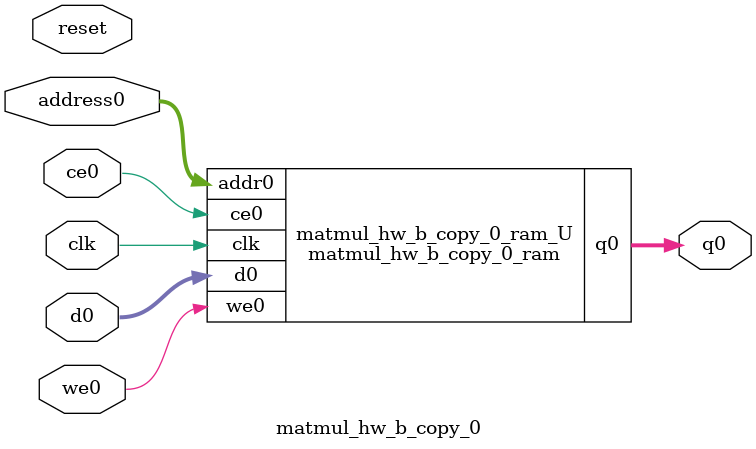
<source format=v>

`timescale 1 ns / 1 ps
module matmul_hw_b_copy_0_ram (addr0, ce0, d0, we0, q0,  clk);

parameter DWIDTH = 32;
parameter AWIDTH = 4;
parameter MEM_SIZE = 16;

input[AWIDTH-1:0] addr0;
input ce0;
input[DWIDTH-1:0] d0;
input we0;
output reg[DWIDTH-1:0] q0;
input clk;

(* ram_style = "distributed" *)reg [DWIDTH-1:0] ram[0:MEM_SIZE-1];




always @(posedge clk)  
begin 
    if (ce0) 
    begin
        if (we0) 
        begin 
            ram[addr0] <= d0; 
            q0 <= d0;
        end 
        else 
            q0 <= ram[addr0];
    end
end


endmodule


`timescale 1 ns / 1 ps
module matmul_hw_b_copy_0(
    reset,
    clk,
    address0,
    ce0,
    we0,
    d0,
    q0);

parameter DataWidth = 32'd32;
parameter AddressRange = 32'd16;
parameter AddressWidth = 32'd4;
input reset;
input clk;
input[AddressWidth - 1:0] address0;
input ce0;
input we0;
input[DataWidth - 1:0] d0;
output[DataWidth - 1:0] q0;



matmul_hw_b_copy_0_ram matmul_hw_b_copy_0_ram_U(
    .clk( clk ),
    .addr0( address0 ),
    .ce0( ce0 ),
    .d0( d0 ),
    .we0( we0 ),
    .q0( q0 ));

endmodule


</source>
